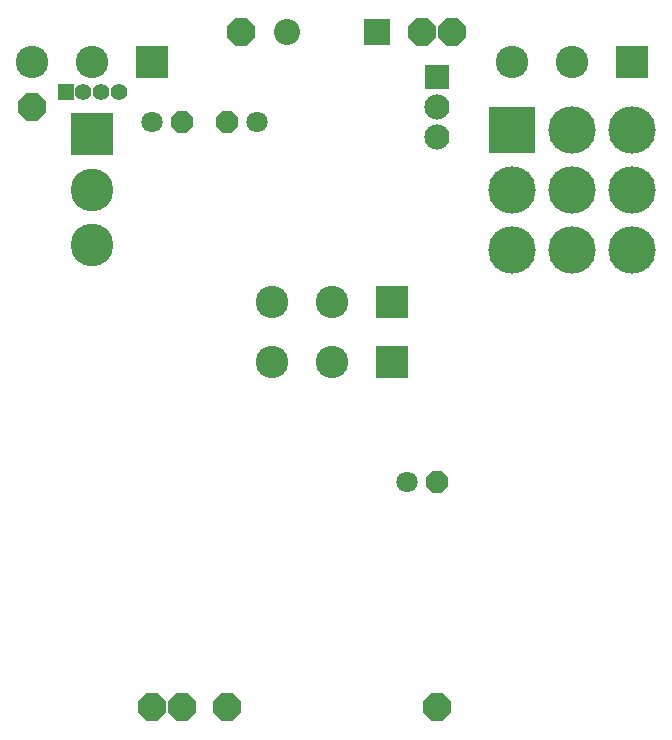
<source format=gbr>
G04 EAGLE Gerber RS-274X export*
G75*
%MOMM*%
%FSLAX34Y34*%
%LPD*%
%INSoldermask Bottom*%
%IPPOS*%
%AMOC8*
5,1,8,0,0,1.08239X$1,22.5*%
G01*
%ADD10P,2.556822X8X22.500000*%
%ADD11P,1.951982X8X22.500000*%
%ADD12C,1.803400*%
%ADD13P,1.951982X8X202.500000*%
%ADD14C,2.203200*%
%ADD15R,2.203200X2.203200*%
%ADD16R,2.133600X2.133600*%
%ADD17C,2.133600*%
%ADD18R,2.743200X2.743200*%
%ADD19C,2.743200*%
%ADD20R,3.619200X3.619200*%
%ADD21C,3.619200*%
%ADD22R,1.411200X1.411200*%
%ADD23C,1.411200*%
%ADD24R,4.019200X4.019200*%
%ADD25C,4.019200*%


D10*
X214630Y736600D03*
D11*
X165100Y660400D03*
D12*
X139700Y660400D03*
D13*
X203200Y660400D03*
D12*
X228600Y660400D03*
D11*
X381000Y355600D03*
D12*
X355600Y355600D03*
D14*
X254000Y736600D03*
D15*
X330200Y736600D03*
D10*
X393700Y736600D03*
X38100Y673100D03*
X368300Y736600D03*
X203200Y165100D03*
X165100Y165100D03*
X381000Y165100D03*
D16*
X381000Y698500D03*
D17*
X381000Y673100D03*
X381000Y647700D03*
D18*
X139700Y711200D03*
D19*
X88900Y711200D03*
X38100Y711200D03*
D10*
X139700Y165100D03*
D20*
X88900Y650240D03*
D21*
X88900Y603250D03*
X88900Y556260D03*
D22*
X66400Y685800D03*
D23*
X81400Y685800D03*
X96400Y685800D03*
X111400Y685800D03*
D18*
X342900Y457200D03*
D19*
X292100Y457200D03*
X241300Y457200D03*
D18*
X342900Y508000D03*
D19*
X292100Y508000D03*
X241300Y508000D03*
D18*
X546100Y711200D03*
D19*
X495300Y711200D03*
X444500Y711200D03*
D24*
X444500Y654050D03*
D25*
X444500Y603250D03*
X444500Y552450D03*
X495300Y654050D03*
X495300Y603250D03*
X495300Y552450D03*
X546100Y654050D03*
X546100Y603250D03*
X546100Y552450D03*
M02*

</source>
